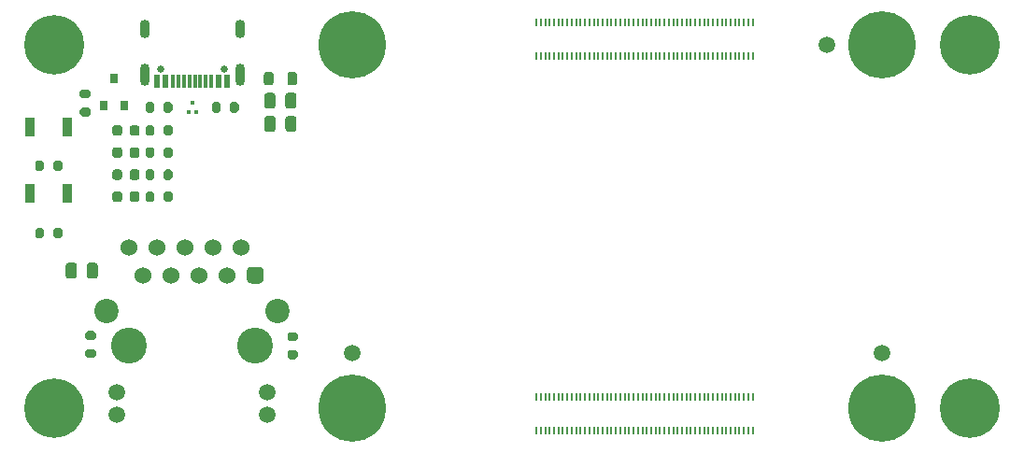
<source format=gts>
G04 #@! TF.GenerationSoftware,KiCad,Pcbnew,(5.1.9)-1*
G04 #@! TF.CreationDate,2021-09-17T14:30:20-04:00*
G04 #@! TF.ProjectId,cm4-carrier-template,636d342d-6361-4727-9269-65722d74656d,rev?*
G04 #@! TF.SameCoordinates,Original*
G04 #@! TF.FileFunction,Soldermask,Top*
G04 #@! TF.FilePolarity,Negative*
%FSLAX46Y46*%
G04 Gerber Fmt 4.6, Leading zero omitted, Abs format (unit mm)*
G04 Created by KiCad (PCBNEW (5.1.9)-1) date 2021-09-17 14:30:20*
%MOMM*%
%LPD*%
G01*
G04 APERTURE LIST*
%ADD10R,0.600000X1.160000*%
%ADD11C,0.650000*%
%ADD12R,0.300000X1.160000*%
%ADD13O,0.900000X1.700000*%
%ADD14O,0.900000X2.000000*%
%ADD15C,6.100000*%
%ADD16R,0.200000X0.700000*%
%ADD17R,0.800000X0.900000*%
%ADD18R,0.900000X1.700000*%
%ADD19C,2.200000*%
%ADD20C,1.500000*%
%ADD21C,3.250000*%
%ADD22C,1.524000*%
%ADD23C,0.800000*%
%ADD24C,5.400000*%
%ADD25R,0.300000X0.300000*%
G04 APERTURE END LIST*
D10*
G04 #@! TO.C,J1*
X92800000Y-100810000D03*
X93600000Y-100810000D03*
X92800000Y-100810000D03*
X93600000Y-100810000D03*
X99200000Y-100810000D03*
X99200000Y-100810000D03*
X98400000Y-100810000D03*
X98400000Y-100810000D03*
D11*
X98890000Y-99730000D03*
X93110000Y-99730000D03*
D12*
X94250000Y-100810000D03*
X95250000Y-100810000D03*
X94750000Y-100810000D03*
X97250000Y-100810000D03*
X97750000Y-100810000D03*
X95750000Y-100810000D03*
X96250000Y-100810000D03*
X96750000Y-100810000D03*
D13*
X91680000Y-96060000D03*
X100320000Y-96060000D03*
D14*
X91680000Y-100230000D03*
X100320000Y-100230000D03*
G04 #@! TD*
D15*
G04 #@! TO.C,U5*
X110500000Y-130500000D03*
X158500000Y-97500000D03*
X158500000Y-130500000D03*
X110500000Y-97500000D03*
D16*
X127200000Y-132500000D03*
X127200000Y-129420000D03*
X127600000Y-132500000D03*
X127600000Y-129420000D03*
X128000000Y-132500000D03*
X128000000Y-129420000D03*
X128400000Y-132500000D03*
X128400000Y-129420000D03*
X128800000Y-132500000D03*
X128800000Y-129420000D03*
X129200000Y-132500000D03*
X129200000Y-129420000D03*
X129600000Y-132500000D03*
X129600000Y-129420000D03*
X130000000Y-132500000D03*
X130000000Y-129420000D03*
X130400000Y-132500000D03*
X130400000Y-129420000D03*
X130800000Y-132500000D03*
X130800000Y-129420000D03*
X131200000Y-132500000D03*
X131200000Y-129420000D03*
X131600000Y-132500000D03*
X131600000Y-129420000D03*
X132000000Y-132500000D03*
X132000000Y-129420000D03*
X132400000Y-132500000D03*
X132400000Y-129420000D03*
X132800000Y-132500000D03*
X132800000Y-129420000D03*
X133200000Y-132500000D03*
X133200000Y-129420000D03*
X133600000Y-132500000D03*
X133600000Y-129420000D03*
X134000000Y-132500000D03*
X134000000Y-129420000D03*
X134400000Y-132500000D03*
X134400000Y-129420000D03*
X134800000Y-132500000D03*
X134800000Y-129420000D03*
X135200000Y-132500000D03*
X135200000Y-129420000D03*
X135600000Y-132500000D03*
X135600000Y-129420000D03*
X136000000Y-132500000D03*
X136000000Y-129420000D03*
X136400000Y-132500000D03*
X136400000Y-129420000D03*
X136800000Y-132500000D03*
X136800000Y-129420000D03*
X137200000Y-132500000D03*
X137200000Y-129420000D03*
X137600000Y-132500000D03*
X137600000Y-129420000D03*
X138000000Y-132500000D03*
X138000000Y-129420000D03*
X138400000Y-132500000D03*
X138400000Y-129420000D03*
X138800000Y-132500000D03*
X138800000Y-129420000D03*
X139200000Y-132500000D03*
X139200000Y-129420000D03*
X139600000Y-132500000D03*
X139600000Y-129420000D03*
X140000000Y-132500000D03*
X140000000Y-129420000D03*
X140400000Y-132500000D03*
X140400000Y-129420000D03*
X140800000Y-132500000D03*
X140800000Y-129420000D03*
X141200000Y-132500000D03*
X141200000Y-129420000D03*
X141600000Y-132500000D03*
X141600000Y-129420000D03*
X142000000Y-132500000D03*
X142000000Y-129420000D03*
X142400000Y-132500000D03*
X142400000Y-129420000D03*
X142800000Y-132500000D03*
X142800000Y-129420000D03*
X143200000Y-132500000D03*
X143200000Y-129420000D03*
X143600000Y-132500000D03*
X143600000Y-129420000D03*
X144000000Y-132500000D03*
X144000000Y-129420000D03*
X144400000Y-132500000D03*
X144400000Y-129420000D03*
X144800000Y-132500000D03*
X144800000Y-129420000D03*
X145200000Y-132500000D03*
X145200000Y-129420000D03*
X145600000Y-132500000D03*
X145600000Y-129420000D03*
X146000000Y-132500000D03*
X146000000Y-129420000D03*
X146400000Y-132500000D03*
X146400000Y-129420000D03*
X146800000Y-132500000D03*
X146800000Y-129420000D03*
X127200000Y-98580000D03*
X127200000Y-95500000D03*
X127600000Y-98580000D03*
X127600000Y-95500000D03*
X128000000Y-98580000D03*
X128000000Y-95500000D03*
X128400000Y-98580000D03*
X128400000Y-95500000D03*
X128800000Y-98580000D03*
X128800000Y-95500000D03*
X129200000Y-98580000D03*
X129200000Y-95500000D03*
X129600000Y-98580000D03*
X129600000Y-95500000D03*
X130000000Y-98580000D03*
X130000000Y-95500000D03*
X130400000Y-98580000D03*
X130400000Y-95500000D03*
X130800000Y-98580000D03*
X130800000Y-95500000D03*
X131200000Y-98580000D03*
X131200000Y-95500000D03*
X131600000Y-98580000D03*
X131600000Y-95500000D03*
X132000000Y-98580000D03*
X132000000Y-95500000D03*
X132400000Y-98580000D03*
X132400000Y-95500000D03*
X132800000Y-98580000D03*
X132800000Y-95500000D03*
X133200000Y-98580000D03*
X133200000Y-95500000D03*
X133600000Y-98580000D03*
X133600000Y-95500000D03*
X134000000Y-98580000D03*
X134000000Y-95500000D03*
X134400000Y-98580000D03*
X134400000Y-95500000D03*
X134800000Y-98580000D03*
X134800000Y-95500000D03*
X135200000Y-98580000D03*
X135200000Y-95500000D03*
X135600000Y-98580000D03*
X135600000Y-95500000D03*
X136000000Y-98580000D03*
X136000000Y-95500000D03*
X136400000Y-98580000D03*
X136400000Y-95500000D03*
X136800000Y-98580000D03*
X136800000Y-95500000D03*
X137200000Y-98580000D03*
X137200000Y-95500000D03*
X137600000Y-98580000D03*
X137600000Y-95500000D03*
X138000000Y-98580000D03*
X138000000Y-95500000D03*
X138400000Y-98580000D03*
X138400000Y-95500000D03*
X138800000Y-98580000D03*
X138800000Y-95500000D03*
X139200000Y-98580000D03*
X139200000Y-95500000D03*
X139600000Y-98580000D03*
X139600000Y-95500000D03*
X140000000Y-98580000D03*
X140000000Y-95500000D03*
X140400000Y-98580000D03*
X140400000Y-95500000D03*
X140800000Y-98580000D03*
X140800000Y-95500000D03*
X141200000Y-98580000D03*
X141200000Y-95500000D03*
X141600000Y-98580000D03*
X141600000Y-95500000D03*
X142000000Y-98580000D03*
X142000000Y-95500000D03*
X142400000Y-98580000D03*
X142400000Y-95500000D03*
X142800000Y-98580000D03*
X142800000Y-95500000D03*
X143200000Y-98580000D03*
X143200000Y-95500000D03*
X143600000Y-98580000D03*
X143600000Y-95500000D03*
X144000000Y-98580000D03*
X144000000Y-95500000D03*
X144400000Y-98580000D03*
X144400000Y-95500000D03*
X144800000Y-98580000D03*
X144800000Y-95500000D03*
X145200000Y-98580000D03*
X145200000Y-95500000D03*
X145600000Y-98580000D03*
X145600000Y-95500000D03*
X146000000Y-98580000D03*
X146000000Y-95500000D03*
X146400000Y-98580000D03*
X146400000Y-95500000D03*
X146800000Y-98580000D03*
X146800000Y-95500000D03*
G04 #@! TD*
G04 #@! TO.C,D4*
G36*
G01*
X89650000Y-105043750D02*
X89650000Y-105556250D01*
G75*
G02*
X89431250Y-105775000I-218750J0D01*
G01*
X88993750Y-105775000D01*
G75*
G02*
X88775000Y-105556250I0J218750D01*
G01*
X88775000Y-105043750D01*
G75*
G02*
X88993750Y-104825000I218750J0D01*
G01*
X89431250Y-104825000D01*
G75*
G02*
X89650000Y-105043750I0J-218750D01*
G01*
G37*
G36*
G01*
X91225000Y-105043750D02*
X91225000Y-105556250D01*
G75*
G02*
X91006250Y-105775000I-218750J0D01*
G01*
X90568750Y-105775000D01*
G75*
G02*
X90350000Y-105556250I0J218750D01*
G01*
X90350000Y-105043750D01*
G75*
G02*
X90568750Y-104825000I218750J0D01*
G01*
X91006250Y-104825000D01*
G75*
G02*
X91225000Y-105043750I0J-218750D01*
G01*
G37*
G04 #@! TD*
G04 #@! TO.C,D3*
G36*
G01*
X89650000Y-107043750D02*
X89650000Y-107556250D01*
G75*
G02*
X89431250Y-107775000I-218750J0D01*
G01*
X88993750Y-107775000D01*
G75*
G02*
X88775000Y-107556250I0J218750D01*
G01*
X88775000Y-107043750D01*
G75*
G02*
X88993750Y-106825000I218750J0D01*
G01*
X89431250Y-106825000D01*
G75*
G02*
X89650000Y-107043750I0J-218750D01*
G01*
G37*
G36*
G01*
X91225000Y-107043750D02*
X91225000Y-107556250D01*
G75*
G02*
X91006250Y-107775000I-218750J0D01*
G01*
X90568750Y-107775000D01*
G75*
G02*
X90350000Y-107556250I0J218750D01*
G01*
X90350000Y-107043750D01*
G75*
G02*
X90568750Y-106825000I218750J0D01*
G01*
X91006250Y-106825000D01*
G75*
G02*
X91225000Y-107043750I0J-218750D01*
G01*
G37*
G04 #@! TD*
D17*
G04 #@! TO.C,Q1*
X88900000Y-100600000D03*
X89850000Y-103000000D03*
X87950000Y-103000000D03*
G04 #@! TD*
D18*
G04 #@! TO.C,SW2*
X84700000Y-111000000D03*
X81300000Y-111000000D03*
G04 #@! TD*
G04 #@! TO.C,SW1*
X84700000Y-105000000D03*
X81300000Y-105000000D03*
G04 #@! TD*
G04 #@! TO.C,R12*
G36*
G01*
X93425000Y-105575000D02*
X93425000Y-105025000D01*
G75*
G02*
X93625000Y-104825000I200000J0D01*
G01*
X94025000Y-104825000D01*
G75*
G02*
X94225000Y-105025000I0J-200000D01*
G01*
X94225000Y-105575000D01*
G75*
G02*
X94025000Y-105775000I-200000J0D01*
G01*
X93625000Y-105775000D01*
G75*
G02*
X93425000Y-105575000I0J200000D01*
G01*
G37*
G36*
G01*
X91775000Y-105575000D02*
X91775000Y-105025000D01*
G75*
G02*
X91975000Y-104825000I200000J0D01*
G01*
X92375000Y-104825000D01*
G75*
G02*
X92575000Y-105025000I0J-200000D01*
G01*
X92575000Y-105575000D01*
G75*
G02*
X92375000Y-105775000I-200000J0D01*
G01*
X91975000Y-105775000D01*
G75*
G02*
X91775000Y-105575000I0J200000D01*
G01*
G37*
G04 #@! TD*
G04 #@! TO.C,R11*
G36*
G01*
X83425000Y-114875000D02*
X83425000Y-114325000D01*
G75*
G02*
X83625000Y-114125000I200000J0D01*
G01*
X84025000Y-114125000D01*
G75*
G02*
X84225000Y-114325000I0J-200000D01*
G01*
X84225000Y-114875000D01*
G75*
G02*
X84025000Y-115075000I-200000J0D01*
G01*
X83625000Y-115075000D01*
G75*
G02*
X83425000Y-114875000I0J200000D01*
G01*
G37*
G36*
G01*
X81775000Y-114875000D02*
X81775000Y-114325000D01*
G75*
G02*
X81975000Y-114125000I200000J0D01*
G01*
X82375000Y-114125000D01*
G75*
G02*
X82575000Y-114325000I0J-200000D01*
G01*
X82575000Y-114875000D01*
G75*
G02*
X82375000Y-115075000I-200000J0D01*
G01*
X81975000Y-115075000D01*
G75*
G02*
X81775000Y-114875000I0J200000D01*
G01*
G37*
G04 #@! TD*
G04 #@! TO.C,R10*
G36*
G01*
X92575000Y-107025000D02*
X92575000Y-107575000D01*
G75*
G02*
X92375000Y-107775000I-200000J0D01*
G01*
X91975000Y-107775000D01*
G75*
G02*
X91775000Y-107575000I0J200000D01*
G01*
X91775000Y-107025000D01*
G75*
G02*
X91975000Y-106825000I200000J0D01*
G01*
X92375000Y-106825000D01*
G75*
G02*
X92575000Y-107025000I0J-200000D01*
G01*
G37*
G36*
G01*
X94225000Y-107025000D02*
X94225000Y-107575000D01*
G75*
G02*
X94025000Y-107775000I-200000J0D01*
G01*
X93625000Y-107775000D01*
G75*
G02*
X93425000Y-107575000I0J200000D01*
G01*
X93425000Y-107025000D01*
G75*
G02*
X93625000Y-106825000I200000J0D01*
G01*
X94025000Y-106825000D01*
G75*
G02*
X94225000Y-107025000I0J-200000D01*
G01*
G37*
G04 #@! TD*
G04 #@! TO.C,R9*
G36*
G01*
X83425000Y-108775000D02*
X83425000Y-108225000D01*
G75*
G02*
X83625000Y-108025000I200000J0D01*
G01*
X84025000Y-108025000D01*
G75*
G02*
X84225000Y-108225000I0J-200000D01*
G01*
X84225000Y-108775000D01*
G75*
G02*
X84025000Y-108975000I-200000J0D01*
G01*
X83625000Y-108975000D01*
G75*
G02*
X83425000Y-108775000I0J200000D01*
G01*
G37*
G36*
G01*
X81775000Y-108775000D02*
X81775000Y-108225000D01*
G75*
G02*
X81975000Y-108025000I200000J0D01*
G01*
X82375000Y-108025000D01*
G75*
G02*
X82575000Y-108225000I0J-200000D01*
G01*
X82575000Y-108775000D01*
G75*
G02*
X82375000Y-108975000I-200000J0D01*
G01*
X81975000Y-108975000D01*
G75*
G02*
X81775000Y-108775000I0J200000D01*
G01*
G37*
G04 #@! TD*
G04 #@! TO.C,R8*
G36*
G01*
X86025000Y-103225000D02*
X86575000Y-103225000D01*
G75*
G02*
X86775000Y-103425000I0J-200000D01*
G01*
X86775000Y-103825000D01*
G75*
G02*
X86575000Y-104025000I-200000J0D01*
G01*
X86025000Y-104025000D01*
G75*
G02*
X85825000Y-103825000I0J200000D01*
G01*
X85825000Y-103425000D01*
G75*
G02*
X86025000Y-103225000I200000J0D01*
G01*
G37*
G36*
G01*
X86025000Y-101575000D02*
X86575000Y-101575000D01*
G75*
G02*
X86775000Y-101775000I0J-200000D01*
G01*
X86775000Y-102175000D01*
G75*
G02*
X86575000Y-102375000I-200000J0D01*
G01*
X86025000Y-102375000D01*
G75*
G02*
X85825000Y-102175000I0J200000D01*
G01*
X85825000Y-101775000D01*
G75*
G02*
X86025000Y-101575000I200000J0D01*
G01*
G37*
G04 #@! TD*
G04 #@! TO.C,R7*
G36*
G01*
X93425000Y-109575000D02*
X93425000Y-109025000D01*
G75*
G02*
X93625000Y-108825000I200000J0D01*
G01*
X94025000Y-108825000D01*
G75*
G02*
X94225000Y-109025000I0J-200000D01*
G01*
X94225000Y-109575000D01*
G75*
G02*
X94025000Y-109775000I-200000J0D01*
G01*
X93625000Y-109775000D01*
G75*
G02*
X93425000Y-109575000I0J200000D01*
G01*
G37*
G36*
G01*
X91775000Y-109575000D02*
X91775000Y-109025000D01*
G75*
G02*
X91975000Y-108825000I200000J0D01*
G01*
X92375000Y-108825000D01*
G75*
G02*
X92575000Y-109025000I0J-200000D01*
G01*
X92575000Y-109575000D01*
G75*
G02*
X92375000Y-109775000I-200000J0D01*
G01*
X91975000Y-109775000D01*
G75*
G02*
X91775000Y-109575000I0J200000D01*
G01*
G37*
G04 #@! TD*
G04 #@! TO.C,R6*
G36*
G01*
X93425000Y-111575000D02*
X93425000Y-111025000D01*
G75*
G02*
X93625000Y-110825000I200000J0D01*
G01*
X94025000Y-110825000D01*
G75*
G02*
X94225000Y-111025000I0J-200000D01*
G01*
X94225000Y-111575000D01*
G75*
G02*
X94025000Y-111775000I-200000J0D01*
G01*
X93625000Y-111775000D01*
G75*
G02*
X93425000Y-111575000I0J200000D01*
G01*
G37*
G36*
G01*
X91775000Y-111575000D02*
X91775000Y-111025000D01*
G75*
G02*
X91975000Y-110825000I200000J0D01*
G01*
X92375000Y-110825000D01*
G75*
G02*
X92575000Y-111025000I0J-200000D01*
G01*
X92575000Y-111575000D01*
G75*
G02*
X92375000Y-111775000I-200000J0D01*
G01*
X91975000Y-111775000D01*
G75*
G02*
X91775000Y-111575000I0J200000D01*
G01*
G37*
G04 #@! TD*
G04 #@! TO.C,D2*
G36*
G01*
X89650000Y-109043750D02*
X89650000Y-109556250D01*
G75*
G02*
X89431250Y-109775000I-218750J0D01*
G01*
X88993750Y-109775000D01*
G75*
G02*
X88775000Y-109556250I0J218750D01*
G01*
X88775000Y-109043750D01*
G75*
G02*
X88993750Y-108825000I218750J0D01*
G01*
X89431250Y-108825000D01*
G75*
G02*
X89650000Y-109043750I0J-218750D01*
G01*
G37*
G36*
G01*
X91225000Y-109043750D02*
X91225000Y-109556250D01*
G75*
G02*
X91006250Y-109775000I-218750J0D01*
G01*
X90568750Y-109775000D01*
G75*
G02*
X90350000Y-109556250I0J218750D01*
G01*
X90350000Y-109043750D01*
G75*
G02*
X90568750Y-108825000I218750J0D01*
G01*
X91006250Y-108825000D01*
G75*
G02*
X91225000Y-109043750I0J-218750D01*
G01*
G37*
G04 #@! TD*
G04 #@! TO.C,D1*
G36*
G01*
X89650000Y-111043750D02*
X89650000Y-111556250D01*
G75*
G02*
X89431250Y-111775000I-218750J0D01*
G01*
X88993750Y-111775000D01*
G75*
G02*
X88775000Y-111556250I0J218750D01*
G01*
X88775000Y-111043750D01*
G75*
G02*
X88993750Y-110825000I218750J0D01*
G01*
X89431250Y-110825000D01*
G75*
G02*
X89650000Y-111043750I0J-218750D01*
G01*
G37*
G36*
G01*
X91225000Y-111043750D02*
X91225000Y-111556250D01*
G75*
G02*
X91006250Y-111775000I-218750J0D01*
G01*
X90568750Y-111775000D01*
G75*
G02*
X90350000Y-111556250I0J218750D01*
G01*
X90350000Y-111043750D01*
G75*
G02*
X90568750Y-110825000I218750J0D01*
G01*
X91006250Y-110825000D01*
G75*
G02*
X91225000Y-111043750I0J-218750D01*
G01*
G37*
G04 #@! TD*
G04 #@! TO.C,C3*
G36*
G01*
X85550000Y-117525000D02*
X85550000Y-118475000D01*
G75*
G02*
X85300000Y-118725000I-250000J0D01*
G01*
X84800000Y-118725000D01*
G75*
G02*
X84550000Y-118475000I0J250000D01*
G01*
X84550000Y-117525000D01*
G75*
G02*
X84800000Y-117275000I250000J0D01*
G01*
X85300000Y-117275000D01*
G75*
G02*
X85550000Y-117525000I0J-250000D01*
G01*
G37*
G36*
G01*
X87450000Y-117525000D02*
X87450000Y-118475000D01*
G75*
G02*
X87200000Y-118725000I-250000J0D01*
G01*
X86700000Y-118725000D01*
G75*
G02*
X86450000Y-118475000I0J250000D01*
G01*
X86450000Y-117525000D01*
G75*
G02*
X86700000Y-117275000I250000J0D01*
G01*
X87200000Y-117275000D01*
G75*
G02*
X87450000Y-117525000I0J-250000D01*
G01*
G37*
G04 #@! TD*
D19*
G04 #@! TO.C,J3*
X88250000Y-121700000D03*
X103750000Y-121700000D03*
D20*
X89215000Y-129000000D03*
X89215000Y-131030000D03*
X102785000Y-129000000D03*
D21*
X101715000Y-124750000D03*
D22*
X90285000Y-115860000D03*
X92825000Y-115860000D03*
X95365000Y-115860000D03*
X97905000Y-115860000D03*
X100445000Y-115860000D03*
X91555000Y-118400000D03*
X94095000Y-118400000D03*
X96635000Y-118400000D03*
G36*
G01*
X102096000Y-119162000D02*
X101334000Y-119162000D01*
G75*
G02*
X100953000Y-118781000I0J381000D01*
G01*
X100953000Y-118019000D01*
G75*
G02*
X101334000Y-117638000I381000J0D01*
G01*
X102096000Y-117638000D01*
G75*
G02*
X102477000Y-118019000I0J-381000D01*
G01*
X102477000Y-118781000D01*
G75*
G02*
X102096000Y-119162000I-381000J0D01*
G01*
G37*
X99175000Y-118400000D03*
D21*
X90285000Y-124750000D03*
D20*
X102785000Y-131030000D03*
G04 #@! TD*
G04 #@! TO.C,FB1*
G36*
G01*
X103375000Y-100218750D02*
X103375000Y-100981250D01*
G75*
G02*
X103156250Y-101200000I-218750J0D01*
G01*
X102718750Y-101200000D01*
G75*
G02*
X102500000Y-100981250I0J218750D01*
G01*
X102500000Y-100218750D01*
G75*
G02*
X102718750Y-100000000I218750J0D01*
G01*
X103156250Y-100000000D01*
G75*
G02*
X103375000Y-100218750I0J-218750D01*
G01*
G37*
G36*
G01*
X105500000Y-100218750D02*
X105500000Y-100981250D01*
G75*
G02*
X105281250Y-101200000I-218750J0D01*
G01*
X104843750Y-101200000D01*
G75*
G02*
X104625000Y-100981250I0J218750D01*
G01*
X104625000Y-100218750D01*
G75*
G02*
X104843750Y-100000000I218750J0D01*
G01*
X105281250Y-100000000D01*
G75*
G02*
X105500000Y-100218750I0J-218750D01*
G01*
G37*
G04 #@! TD*
D23*
G04 #@! TO.C,H4*
X167931891Y-129068109D03*
X166500000Y-128475000D03*
X165068109Y-129068109D03*
X164475000Y-130500000D03*
X165068109Y-131931891D03*
X166500000Y-132525000D03*
X167931891Y-131931891D03*
X168525000Y-130500000D03*
D24*
X166500000Y-130500000D03*
G04 #@! TD*
D23*
G04 #@! TO.C,H3*
X167931891Y-96068109D03*
X166500000Y-95475000D03*
X165068109Y-96068109D03*
X164475000Y-97500000D03*
X165068109Y-98931891D03*
X166500000Y-99525000D03*
X167931891Y-98931891D03*
X168525000Y-97500000D03*
D24*
X166500000Y-97500000D03*
G04 #@! TD*
D25*
G04 #@! TO.C,U6*
X96000000Y-102775000D03*
X96350000Y-103625000D03*
X95650000Y-103625000D03*
G04 #@! TD*
G04 #@! TO.C,R4*
G36*
G01*
X87075000Y-124275000D02*
X86525000Y-124275000D01*
G75*
G02*
X86325000Y-124075000I0J200000D01*
G01*
X86325000Y-123675000D01*
G75*
G02*
X86525000Y-123475000I200000J0D01*
G01*
X87075000Y-123475000D01*
G75*
G02*
X87275000Y-123675000I0J-200000D01*
G01*
X87275000Y-124075000D01*
G75*
G02*
X87075000Y-124275000I-200000J0D01*
G01*
G37*
G36*
G01*
X87075000Y-125925000D02*
X86525000Y-125925000D01*
G75*
G02*
X86325000Y-125725000I0J200000D01*
G01*
X86325000Y-125325000D01*
G75*
G02*
X86525000Y-125125000I200000J0D01*
G01*
X87075000Y-125125000D01*
G75*
G02*
X87275000Y-125325000I0J-200000D01*
G01*
X87275000Y-125725000D01*
G75*
G02*
X87075000Y-125925000I-200000J0D01*
G01*
G37*
G04 #@! TD*
G04 #@! TO.C,R3*
G36*
G01*
X105375000Y-124375000D02*
X104825000Y-124375000D01*
G75*
G02*
X104625000Y-124175000I0J200000D01*
G01*
X104625000Y-123775000D01*
G75*
G02*
X104825000Y-123575000I200000J0D01*
G01*
X105375000Y-123575000D01*
G75*
G02*
X105575000Y-123775000I0J-200000D01*
G01*
X105575000Y-124175000D01*
G75*
G02*
X105375000Y-124375000I-200000J0D01*
G01*
G37*
G36*
G01*
X105375000Y-126025000D02*
X104825000Y-126025000D01*
G75*
G02*
X104625000Y-125825000I0J200000D01*
G01*
X104625000Y-125425000D01*
G75*
G02*
X104825000Y-125225000I200000J0D01*
G01*
X105375000Y-125225000D01*
G75*
G02*
X105575000Y-125425000I0J-200000D01*
G01*
X105575000Y-125825000D01*
G75*
G02*
X105375000Y-126025000I-200000J0D01*
G01*
G37*
G04 #@! TD*
G04 #@! TO.C,R2*
G36*
G01*
X93425000Y-103475000D02*
X93425000Y-102925000D01*
G75*
G02*
X93625000Y-102725000I200000J0D01*
G01*
X94025000Y-102725000D01*
G75*
G02*
X94225000Y-102925000I0J-200000D01*
G01*
X94225000Y-103475000D01*
G75*
G02*
X94025000Y-103675000I-200000J0D01*
G01*
X93625000Y-103675000D01*
G75*
G02*
X93425000Y-103475000I0J200000D01*
G01*
G37*
G36*
G01*
X91775000Y-103475000D02*
X91775000Y-102925000D01*
G75*
G02*
X91975000Y-102725000I200000J0D01*
G01*
X92375000Y-102725000D01*
G75*
G02*
X92575000Y-102925000I0J-200000D01*
G01*
X92575000Y-103475000D01*
G75*
G02*
X92375000Y-103675000I-200000J0D01*
G01*
X91975000Y-103675000D01*
G75*
G02*
X91775000Y-103475000I0J200000D01*
G01*
G37*
G04 #@! TD*
G04 #@! TO.C,R1*
G36*
G01*
X98575000Y-102925000D02*
X98575000Y-103475000D01*
G75*
G02*
X98375000Y-103675000I-200000J0D01*
G01*
X97975000Y-103675000D01*
G75*
G02*
X97775000Y-103475000I0J200000D01*
G01*
X97775000Y-102925000D01*
G75*
G02*
X97975000Y-102725000I200000J0D01*
G01*
X98375000Y-102725000D01*
G75*
G02*
X98575000Y-102925000I0J-200000D01*
G01*
G37*
G36*
G01*
X100225000Y-102925000D02*
X100225000Y-103475000D01*
G75*
G02*
X100025000Y-103675000I-200000J0D01*
G01*
X99625000Y-103675000D01*
G75*
G02*
X99425000Y-103475000I0J200000D01*
G01*
X99425000Y-102925000D01*
G75*
G02*
X99625000Y-102725000I200000J0D01*
G01*
X100025000Y-102725000D01*
G75*
G02*
X100225000Y-102925000I0J-200000D01*
G01*
G37*
G04 #@! TD*
D23*
G04 #@! TO.C,H2*
X84931891Y-129068109D03*
X83500000Y-128475000D03*
X82068109Y-129068109D03*
X81475000Y-130500000D03*
X82068109Y-131931891D03*
X83500000Y-132525000D03*
X84931891Y-131931891D03*
X85525000Y-130500000D03*
D24*
X83500000Y-130500000D03*
G04 #@! TD*
D23*
G04 #@! TO.C,H1*
X84931891Y-96068109D03*
X83500000Y-95475000D03*
X82068109Y-96068109D03*
X81475000Y-97500000D03*
X82068109Y-98931891D03*
X83500000Y-99525000D03*
X84931891Y-98931891D03*
X85525000Y-97500000D03*
D24*
X83500000Y-97500000D03*
G04 #@! TD*
D20*
G04 #@! TO.C,FID3*
X153500000Y-97500000D03*
G04 #@! TD*
G04 #@! TO.C,FID2*
X158500000Y-125500000D03*
G04 #@! TD*
G04 #@! TO.C,FID1*
X110500000Y-125500000D03*
G04 #@! TD*
G04 #@! TO.C,C2*
G36*
G01*
X104450000Y-103075000D02*
X104450000Y-102125000D01*
G75*
G02*
X104700000Y-101875000I250000J0D01*
G01*
X105200000Y-101875000D01*
G75*
G02*
X105450000Y-102125000I0J-250000D01*
G01*
X105450000Y-103075000D01*
G75*
G02*
X105200000Y-103325000I-250000J0D01*
G01*
X104700000Y-103325000D01*
G75*
G02*
X104450000Y-103075000I0J250000D01*
G01*
G37*
G36*
G01*
X102550000Y-103075000D02*
X102550000Y-102125000D01*
G75*
G02*
X102800000Y-101875000I250000J0D01*
G01*
X103300000Y-101875000D01*
G75*
G02*
X103550000Y-102125000I0J-250000D01*
G01*
X103550000Y-103075000D01*
G75*
G02*
X103300000Y-103325000I-250000J0D01*
G01*
X102800000Y-103325000D01*
G75*
G02*
X102550000Y-103075000I0J250000D01*
G01*
G37*
G04 #@! TD*
G04 #@! TO.C,C1*
G36*
G01*
X104450000Y-105175000D02*
X104450000Y-104225000D01*
G75*
G02*
X104700000Y-103975000I250000J0D01*
G01*
X105200000Y-103975000D01*
G75*
G02*
X105450000Y-104225000I0J-250000D01*
G01*
X105450000Y-105175000D01*
G75*
G02*
X105200000Y-105425000I-250000J0D01*
G01*
X104700000Y-105425000D01*
G75*
G02*
X104450000Y-105175000I0J250000D01*
G01*
G37*
G36*
G01*
X102550000Y-105175000D02*
X102550000Y-104225000D01*
G75*
G02*
X102800000Y-103975000I250000J0D01*
G01*
X103300000Y-103975000D01*
G75*
G02*
X103550000Y-104225000I0J-250000D01*
G01*
X103550000Y-105175000D01*
G75*
G02*
X103300000Y-105425000I-250000J0D01*
G01*
X102800000Y-105425000D01*
G75*
G02*
X102550000Y-105175000I0J250000D01*
G01*
G37*
G04 #@! TD*
M02*

</source>
